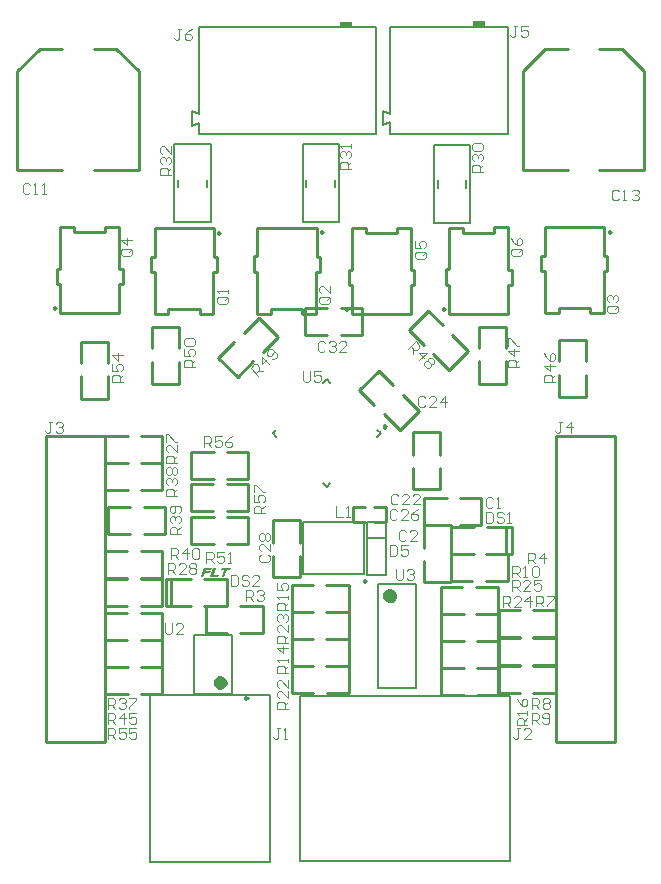
<source format=gto>
G04 Layer_Color=65535*
%FSLAX25Y25*%
%MOIN*%
G70*
G01*
G75*
%ADD32C,0.01000*%
%ADD62C,0.00984*%
%ADD63C,0.02362*%
%ADD64C,0.00787*%
%ADD65C,0.00700*%
%ADD66C,0.00492*%
%ADD67R,0.03937X0.01969*%
G36*
X65467Y57343D02*
X63597D01*
X63406Y56779D01*
X65267D01*
X65044Y56128D01*
X63187D01*
X62801Y55000D01*
X62000D01*
X63015Y57989D01*
X65685D01*
X65467Y57343D01*
D02*
G37*
G36*
X66141Y55646D02*
X67992D01*
X67774Y55000D01*
X65121D01*
X66136Y57989D01*
X66941D01*
X66141Y55646D01*
D02*
G37*
G36*
X71637Y57343D02*
X70577D01*
X69776Y55000D01*
X68975D01*
X69771Y57343D01*
X68711D01*
X68930Y57989D01*
X71855D01*
X71637Y57343D01*
D02*
G37*
D32*
X13642Y144525D02*
X12981Y144906D01*
Y144144D01*
X13642Y144525D01*
X68420Y169709D02*
X67759Y170090D01*
Y169328D01*
X68420Y169709D01*
X102731Y169806D02*
X102070Y170187D01*
Y169424D01*
X102731Y169806D01*
X198597Y170002D02*
X197937Y170384D01*
Y169621D01*
X198597Y170002D01*
X143248Y144269D02*
X142588Y144650D01*
Y143888D01*
X143248Y144269D01*
X110866Y144171D02*
X110206Y144552D01*
Y143790D01*
X110866Y144171D01*
X181287Y126882D02*
Y133882D01*
X190287D01*
X190287Y126882D02*
X190287Y133882D01*
X181287Y114882D02*
Y122382D01*
Y114882D02*
X190287D01*
Y122382D01*
X202276Y231000D02*
X209776Y223500D01*
Y222949D02*
Y223500D01*
X194776Y190449D02*
X209776Y190449D01*
X194776Y231000D02*
X202276D01*
X209776Y190449D02*
Y222949D01*
X169224Y190449D02*
Y222949D01*
X176724Y231000D02*
X184224D01*
X169224Y190449D02*
X184224D01*
X169224Y222949D02*
Y223500D01*
X176724Y231000D01*
X70642Y74776D02*
X77642Y74776D01*
Y65776D02*
Y74776D01*
X70642Y65776D02*
X77642Y65776D01*
X58642Y74776D02*
X66142Y74776D01*
X58642Y74776D02*
X58642Y65776D01*
X66142D01*
X119472Y73189D02*
X123472D01*
X123472Y78189D01*
X119472Y78189D02*
X123472Y78189D01*
X112472Y73189D02*
X116472D01*
X112472D02*
X112472Y78189D01*
X116472D01*
X94815Y54898D02*
Y61898D01*
X85815Y54898D02*
X94815Y54898D01*
X85815Y61898D02*
X85815Y54898D01*
X94815Y66398D02*
Y73898D01*
X85815D02*
X94815D01*
X85815Y66398D02*
Y73898D01*
X92205Y43335D02*
X99205D01*
X92205D02*
Y52335D01*
X99205Y52335D01*
X103705Y43335D02*
X111205Y43335D01*
X111205Y52335D01*
X103705Y52335D02*
X111205Y52335D01*
X30102Y169925D02*
Y171725D01*
X34702D01*
X15102Y171625D02*
X19702D01*
Y169925D02*
X30102D01*
X19702D02*
Y171625D01*
X14002Y152618D02*
X15002D01*
X15002Y142972D02*
X15002Y152618D01*
X34702Y152525D02*
X35906Y152525D01*
X34702Y142972D02*
Y152525D01*
X15002Y142972D02*
X34702D01*
X35906Y152525D02*
Y157625D01*
X15102Y157736D02*
X15102Y171625D01*
X14002Y157736D02*
X15102D01*
X14002D02*
X14002Y152618D01*
X34702Y157625D02*
X35906Y157625D01*
X34702Y171725D02*
X34702Y157625D01*
X51079Y142509D02*
Y144309D01*
X46479Y142509D02*
X51079D01*
X61480Y142609D02*
X66079D01*
X51079Y144309D02*
X61480D01*
Y142609D02*
Y144309D01*
X66180Y161616D02*
X67180D01*
X66180D02*
Y171262D01*
X45276Y161709D02*
X46479D01*
Y171262D01*
X66180D01*
X45276Y156609D02*
Y161709D01*
X66079Y142609D02*
X66079Y156498D01*
X67180D01*
Y161616D01*
X45276Y156609D02*
X46479Y156609D01*
X46479Y142509D01*
X85391Y142606D02*
Y144406D01*
X80791Y142606D02*
X85391D01*
X95790Y142706D02*
X100391Y142706D01*
X85391Y144406D02*
X95790D01*
Y142706D02*
Y144406D01*
X100491Y161713D02*
X101490D01*
X100491D02*
Y171358D01*
X79587Y161806D02*
X80791D01*
Y171358D01*
X100491D01*
X79587Y156706D02*
Y161806D01*
X100391Y142706D02*
Y156595D01*
X101490D01*
Y161713D01*
X79587Y156706D02*
X80791D01*
Y142606D02*
Y156706D01*
X181257Y142802D02*
Y144602D01*
X176657Y142802D02*
X181257D01*
X191657Y142902D02*
X196257D01*
X181257Y144602D02*
X191657D01*
Y142902D02*
Y144602D01*
X196357Y161909D02*
X197357D01*
X196357D02*
Y171555D01*
X175453Y162002D02*
X176657D01*
Y171555D01*
X196357D01*
X175453Y156902D02*
Y162002D01*
X196257Y142902D02*
X196257Y156791D01*
X197357D01*
Y161909D01*
X175453Y156902D02*
X176657D01*
X176657Y142802D02*
X176657Y156902D01*
X159708Y169669D02*
Y171469D01*
X164308D01*
X144708Y171369D02*
X149308D01*
Y169669D02*
X159708D01*
X149308D02*
Y171369D01*
X143608Y152362D02*
X144608D01*
Y142717D02*
Y152362D01*
X164308Y152269D02*
X165512D01*
X164308Y142717D02*
Y152269D01*
X144608Y142717D02*
X164308D01*
X165512Y152269D02*
Y157369D01*
X144708Y157480D02*
Y171369D01*
X143608Y157480D02*
X144708D01*
X143608Y152362D02*
Y157480D01*
X164308Y157369D02*
X165512D01*
X164308D02*
Y171469D01*
X50226Y45205D02*
X58555D01*
X50226D02*
Y54205D01*
X58555D01*
X63055Y45205D02*
X70555D01*
Y54205D01*
X63055Y54205D02*
X70555Y54205D01*
X52096Y45205D02*
Y54106D01*
X42000Y92787D02*
X49000D01*
Y83787D02*
Y92787D01*
X42000Y83787D02*
X49000Y83787D01*
X30000Y92787D02*
X37500D01*
X30000Y83787D02*
Y92787D01*
Y83787D02*
X37500D01*
X42941Y78122D02*
X49941D01*
Y69122D02*
Y78122D01*
X42941Y69122D02*
X49941D01*
X30941Y78122D02*
X38441D01*
X30941Y69122D02*
Y78122D01*
Y69122D02*
X38441D01*
X70740Y96724D02*
X77740D01*
Y87724D02*
Y96724D01*
X70740Y87724D02*
X77740Y87724D01*
X58740Y96724D02*
X66240Y96724D01*
X58740Y87724D02*
Y96724D01*
Y87724D02*
X66240D01*
X70598Y85799D02*
X77598Y85799D01*
X77598Y76799D01*
X70598Y76799D02*
X77598Y76799D01*
X58598Y85799D02*
X66098Y85799D01*
X58598Y76799D02*
Y85799D01*
Y76799D02*
X66098Y76799D01*
X92303Y34280D02*
X99303D01*
X92303Y43279D02*
X92303Y34280D01*
X92303Y43279D02*
X99303Y43279D01*
X103803Y34280D02*
X111303Y34280D01*
Y43279D01*
X103803Y43279D02*
X111303Y43279D01*
X92303Y25323D02*
X99303Y25323D01*
X92303Y25323D02*
Y34323D01*
X99303D01*
X103803Y25323D02*
X111303D01*
Y34323D01*
X103803D02*
X111303D01*
X92358Y16381D02*
X99358Y16381D01*
X92358Y16381D02*
Y25381D01*
X99358Y25381D01*
X103858Y16381D02*
X111358D01*
X111358Y25381D01*
X103858D02*
X111358D01*
X114783Y117353D02*
X119732Y112404D01*
X114783Y117353D02*
X121147Y123717D01*
X126096Y118768D01*
X122914Y109222D02*
X128217Y103919D01*
X134581Y110283D01*
X129278Y115586D02*
X134581Y110283D01*
X108600Y144500D02*
X115600Y144500D01*
X115600Y135500D02*
X115600Y144500D01*
X108600Y135500D02*
X115600Y135500D01*
X96600Y144500D02*
X104100D01*
X96600Y135500D02*
X96600Y144500D01*
X96600Y135500D02*
X104100Y135500D01*
X42000Y24941D02*
X49000Y24941D01*
Y15941D02*
Y24941D01*
X42000Y15941D02*
X49000Y15941D01*
X30000Y24941D02*
X37500D01*
X30000Y15941D02*
Y24941D01*
Y15941D02*
X37500D01*
X180176Y-63D02*
Y101906D01*
X199861D01*
Y-63D02*
Y101906D01*
X180176Y-63D02*
X199861D01*
X141764Y84228D02*
X141764Y91228D01*
X132764Y84228D02*
X141764Y84228D01*
X132764Y84228D02*
Y91228D01*
X141764Y103228D02*
X141764Y95728D01*
X132764Y103228D02*
X141764Y103228D01*
X132764Y95728D02*
X132764Y103228D01*
X145354Y53571D02*
X152354Y53571D01*
X145354Y62571D02*
X145354Y53571D01*
X145354Y62571D02*
X152354D01*
X156854Y53571D02*
X164354Y53571D01*
Y62571D01*
X156854D02*
X164354D01*
X142111Y42449D02*
X149111Y42449D01*
X142111Y42449D02*
Y51449D01*
X149111D01*
X153611Y42449D02*
X161111D01*
Y51449D01*
X153611Y51449D02*
X161111Y51449D01*
X154117Y42492D02*
X161117Y42492D01*
Y33492D02*
Y42492D01*
X154117Y33492D02*
X161117D01*
X142117Y42492D02*
X149617Y42492D01*
X142117Y42492D02*
X142117Y33492D01*
X149617D01*
X154117Y33535D02*
X161117D01*
X161117Y24535D02*
X161117Y33535D01*
X154117Y24535D02*
X161117Y24535D01*
X142117Y33535D02*
X149617D01*
X142117Y24535D02*
Y33535D01*
Y24535D02*
X149617Y24535D01*
X161161Y16268D02*
X168161D01*
X161161D02*
Y25268D01*
X168161D01*
X172661Y16268D02*
X180161Y16268D01*
X180161Y25268D02*
X180161Y16268D01*
X172661Y25268D02*
X180161D01*
X161205Y25520D02*
X168205Y25520D01*
X161205Y25520D02*
Y34520D01*
X168205D01*
X172705Y25520D02*
X180206Y25520D01*
Y34520D01*
X172705Y34520D02*
X180206Y34520D01*
X161299Y35067D02*
X168299Y35067D01*
X161299Y35067D02*
Y44067D01*
X168299Y44067D01*
X172799Y35067D02*
X180299Y35067D01*
Y44067D01*
X172799D02*
X180299D01*
X41902Y33929D02*
X48902Y33929D01*
Y24929D02*
Y33929D01*
X41902Y24929D02*
X48902Y24929D01*
X29902Y33929D02*
X37402Y33929D01*
X29902Y24929D02*
Y33929D01*
Y24929D02*
X37402Y24929D01*
X41902Y63752D02*
X48902Y63752D01*
Y54752D02*
Y63752D01*
X41902Y54752D02*
X48902Y54752D01*
X29902Y63752D02*
X37402Y63752D01*
X29902Y54752D02*
Y63752D01*
Y54752D02*
X37402Y54752D01*
X41902Y42984D02*
X48902D01*
X48902Y33984D02*
X48902Y42984D01*
X41902Y33984D02*
X48902Y33984D01*
X29902Y42984D02*
X37402Y42984D01*
X29902Y33984D02*
Y42984D01*
Y33984D02*
X37402Y33984D01*
X63595Y36264D02*
X70595D01*
X63595Y45264D02*
X63595Y36264D01*
X63595Y45264D02*
X70595D01*
X75095Y36264D02*
X82595Y36264D01*
Y45264D01*
X75095D02*
X82595D01*
X41902Y54205D02*
X48902D01*
Y45205D02*
Y54205D01*
X41902Y45205D02*
X48902Y45205D01*
X29902Y54205D02*
X37402D01*
X29902Y45205D02*
Y54205D01*
Y45205D02*
X37402D01*
X21900Y133300D02*
X21900Y126300D01*
X21900Y133300D02*
X30900D01*
X30900Y126300D01*
X21900Y114300D02*
Y121800D01*
Y114300D02*
X30900D01*
Y121800D01*
X45700Y131200D02*
X45700Y138200D01*
X54700D01*
X54700Y131200D01*
X45700Y119200D02*
Y126700D01*
Y119200D02*
X54700D01*
Y126700D01*
X154500Y131400D02*
Y138400D01*
X163500D01*
Y131400D02*
Y138400D01*
X154500Y119400D02*
Y126900D01*
Y119400D02*
X163500D01*
Y126900D01*
X76268Y136332D02*
X81217Y141281D01*
X87581Y134917D01*
X82632Y129968D02*
X87581Y134917D01*
X67782Y127847D02*
X73086Y133150D01*
X67782Y127847D02*
X74146Y121483D01*
X79450Y126786D01*
X131282Y137354D02*
X136232Y132404D01*
X131282Y137354D02*
X137646Y143718D01*
X142596Y138768D01*
X139414Y129222D02*
X144718Y123918D01*
X151082Y130282D01*
X145778Y135586D02*
X151082Y130282D01*
X127326Y169571D02*
Y171371D01*
X131926D01*
X112326Y171271D02*
X116926D01*
Y169571D02*
X127326D01*
X116926D02*
Y171271D01*
X111226Y152264D02*
X112226D01*
Y142618D02*
Y152264D01*
X131926Y152171D02*
X133130D01*
X131926Y142618D02*
Y152171D01*
X112226Y142618D02*
X131926D01*
X133130Y152171D02*
Y157271D01*
X112326Y157382D02*
Y171271D01*
X111226Y157382D02*
X112326D01*
X111226Y152264D02*
Y157382D01*
X131926Y157271D02*
X133130D01*
X131926D02*
Y171371D01*
X30000Y92843D02*
X37500Y92843D01*
X30000Y92843D02*
Y101842D01*
X37500Y101842D01*
X42000Y92843D02*
X49000D01*
Y101842D01*
X42000D02*
X49000D01*
X148398Y81173D02*
X155398Y81173D01*
X155398Y72173D01*
X148398D02*
X155398D01*
X136398Y81173D02*
X143898Y81173D01*
X136398Y81173D02*
X136398Y72173D01*
X143898Y72173D01*
X33776Y231000D02*
X41276Y223500D01*
Y222949D02*
Y223500D01*
X26276Y190449D02*
X41276D01*
X26276Y231000D02*
X33776D01*
X41276Y190449D02*
Y222949D01*
X724Y190449D02*
Y222949D01*
X8224Y231000D02*
X15724D01*
X724Y190449D02*
X15724D01*
X724Y222949D02*
X724Y223500D01*
X8224Y231000D01*
X157311Y71626D02*
X165640D01*
X165640Y62626D01*
X157311D02*
X165640D01*
X145311Y71626D02*
X152811Y71626D01*
X145311Y62626D02*
X145311Y71626D01*
X145311Y62626D02*
X152811Y62626D01*
X163770Y71626D02*
X163770Y62724D01*
X10176Y-63D02*
Y101906D01*
X29861D01*
Y-63D02*
Y101906D01*
X10176Y-63D02*
X29861D01*
X154119Y24480D02*
X161119Y24480D01*
Y15480D02*
Y24480D01*
X154119Y15480D02*
X161119Y15480D01*
X142119Y24480D02*
X149619D01*
X142119Y15480D02*
X142119Y24480D01*
X142119Y15480D02*
X149619D01*
X145405Y53224D02*
Y60224D01*
X136406Y53224D02*
X145405Y53224D01*
X136406Y53224D02*
X136406Y60224D01*
X145405Y64724D02*
Y72224D01*
X136406D02*
X145405D01*
X136406Y64724D02*
X136406Y72224D01*
D62*
X123736Y105096D02*
X122998Y105522D01*
Y104670D01*
X123736Y105096D01*
X77539Y14655D02*
X76801Y15081D01*
Y14229D01*
X77539Y14655D01*
X117087Y53622D02*
X116348Y54048D01*
Y53196D01*
X117087Y53622D01*
D63*
X69567Y19694D02*
X69122Y20618D01*
X68123Y20846D01*
X67322Y20207D01*
Y19182D01*
X68123Y18543D01*
X69122Y18771D01*
X69567Y19694D01*
X126043Y48661D02*
X125599Y49585D01*
X124599Y49813D01*
X123798Y49174D01*
Y48149D01*
X124599Y47510D01*
X125599Y47738D01*
X126043Y48661D01*
D64*
X140807Y184744D02*
Y187106D01*
X150453Y184744D02*
Y187106D01*
X139530Y172925D02*
X139530Y198925D01*
X151730Y198925D01*
X151730Y172925D01*
X139530D02*
X151730D01*
X97106Y184941D02*
Y187303D01*
X106752Y184941D02*
Y187303D01*
X95829Y173122D02*
Y199122D01*
X108029D01*
Y173122D02*
Y199122D01*
X95829Y173122D02*
X108029D01*
X102713Y119642D02*
X103896Y120825D01*
X105079Y119642D01*
X85940Y102869D02*
X87123Y104052D01*
X85940Y102869D02*
X87123Y101686D01*
X102713Y86096D02*
X103896Y84913D01*
X105079Y86096D01*
X120669Y101686D02*
X121852Y102869D01*
X120669Y104052D02*
X121852Y102869D01*
X45000Y-40000D02*
Y15500D01*
X84900D01*
X45000Y-40000D02*
X84900D01*
Y15500D01*
X94979Y-39709D02*
Y15409D01*
Y-39709D02*
X165058D01*
Y15409D01*
X94979D02*
X165058D01*
X95973Y55971D02*
Y73294D01*
Y55971D02*
X116445D01*
X116445Y73294D02*
X116445Y55971D01*
X95973Y73294D02*
X116445D01*
X54291Y184941D02*
Y187303D01*
X63937Y184941D02*
Y187303D01*
X53014Y199122D02*
X53014Y173122D01*
X53014Y199122D02*
X65214D01*
X65214Y173122D02*
X65214Y199122D01*
X53014Y173122D02*
X65214D01*
X59724Y35443D02*
X72323D01*
X59724Y15757D02*
X72323D01*
X59724D02*
Y35443D01*
X72323Y15757D02*
Y35443D01*
X120925Y17953D02*
X133524D01*
X120925Y52598D02*
X133524Y52598D01*
Y17953D02*
Y52598D01*
X120925Y52598D02*
X120925Y17953D01*
X124961Y238189D02*
X124961Y209252D01*
X124961Y202756D02*
Y206496D01*
X122599Y210237D02*
X122599Y205512D01*
X124961Y202756D02*
X164331Y202756D01*
X124961Y238189D02*
X164331Y238189D01*
X122599Y205512D02*
X124961Y206496D01*
X122599Y210237D02*
X124961Y209252D01*
X164331Y202756D02*
X164331Y238189D01*
X61181Y209154D02*
Y238091D01*
Y202658D02*
Y206398D01*
X120237Y202658D02*
Y238091D01*
X61181Y238091D02*
X120237Y238091D01*
X61181Y202658D02*
X120237D01*
X58819Y205414D02*
Y210138D01*
Y205414D02*
X61181Y206398D01*
X58819Y210138D02*
X61181Y209154D01*
D65*
X117283Y67809D02*
X123583D01*
Y55604D02*
Y73320D01*
X117283Y55604D02*
Y73320D01*
Y55604D02*
X123583D01*
X117283Y73320D02*
X123583D01*
D66*
X180000Y120000D02*
X176458D01*
Y121771D01*
X177048Y122361D01*
X178229D01*
X178819Y121771D01*
Y120000D01*
Y121181D02*
X180000Y122361D01*
Y125313D02*
X176458D01*
X178229Y123542D01*
Y125904D01*
X176458Y129446D02*
X177048Y128265D01*
X178229Y127084D01*
X179410D01*
X180000Y127675D01*
Y128855D01*
X179410Y129446D01*
X178819D01*
X178229Y128855D01*
Y127084D01*
X201361Y183452D02*
X200771Y184042D01*
X199590D01*
X199000Y183452D01*
Y181090D01*
X199590Y180500D01*
X200771D01*
X201361Y181090D01*
X202542Y180500D02*
X203723D01*
X203133D01*
Y184042D01*
X202542Y183452D01*
X205494D02*
X206084Y184042D01*
X207265D01*
X207855Y183452D01*
Y182861D01*
X207265Y182271D01*
X206675D01*
X207265D01*
X207855Y181681D01*
Y181090D01*
X207265Y180500D01*
X206084D01*
X205494Y181090D01*
X55361Y237542D02*
X54181D01*
X54771D01*
Y234590D01*
X54181Y234000D01*
X53590D01*
X53000Y234590D01*
X58904Y237542D02*
X57723Y236952D01*
X56542Y235771D01*
Y234590D01*
X57133Y234000D01*
X58313D01*
X58904Y234590D01*
Y235181D01*
X58313Y235771D01*
X56542D01*
X167361Y238542D02*
X166181D01*
X166771D01*
Y235590D01*
X166181Y235000D01*
X165590D01*
X165000Y235590D01*
X170904Y238542D02*
X168542D01*
Y236771D01*
X169723Y237361D01*
X170313D01*
X170904Y236771D01*
Y235590D01*
X170313Y235000D01*
X169132D01*
X168542Y235590D01*
X51000Y56000D02*
Y59542D01*
X52771D01*
X53361Y58952D01*
Y57771D01*
X52771Y57181D01*
X51000D01*
X52181D02*
X53361Y56000D01*
X56904D02*
X54542D01*
X56904Y58361D01*
Y58952D01*
X56313Y59542D01*
X55133D01*
X54542Y58952D01*
X58084D02*
X58675Y59542D01*
X59855D01*
X60446Y58952D01*
Y58361D01*
X59855Y57771D01*
X60446Y57181D01*
Y56590D01*
X59855Y56000D01*
X58675D01*
X58084Y56590D01*
Y57181D01*
X58675Y57771D01*
X58084Y58361D01*
Y58952D01*
X58675Y57771D02*
X59855D01*
X72000Y55542D02*
Y52000D01*
X73771D01*
X74361Y52590D01*
Y54952D01*
X73771Y55542D01*
X72000D01*
X77904Y54952D02*
X77313Y55542D01*
X76133D01*
X75542Y54952D01*
Y54361D01*
X76133Y53771D01*
X77313D01*
X77904Y53181D01*
Y52590D01*
X77313Y52000D01*
X76133D01*
X75542Y52590D01*
X81446Y52000D02*
X79084D01*
X81446Y54361D01*
Y54952D01*
X80855Y55542D01*
X79675D01*
X79084Y54952D01*
X31000Y1000D02*
Y4542D01*
X32771D01*
X33361Y3952D01*
Y2771D01*
X32771Y2181D01*
X31000D01*
X32181D02*
X33361Y1000D01*
X36904Y4542D02*
X34542D01*
Y2771D01*
X35723Y3361D01*
X36313D01*
X36904Y2771D01*
Y1590D01*
X36313Y1000D01*
X35133D01*
X34542Y1590D01*
X40446Y4542D02*
X38084D01*
Y2771D01*
X39265Y3361D01*
X39855D01*
X40446Y2771D01*
Y1590D01*
X39855Y1000D01*
X38675D01*
X38084Y1590D01*
X31000Y6000D02*
Y9542D01*
X32771D01*
X33361Y8952D01*
Y7771D01*
X32771Y7181D01*
X31000D01*
X32181D02*
X33361Y6000D01*
X36313D02*
Y9542D01*
X34542Y7771D01*
X36904D01*
X40446Y9542D02*
X38084D01*
Y7771D01*
X39265Y8361D01*
X39855D01*
X40446Y7771D01*
Y6590D01*
X39855Y6000D01*
X38675D01*
X38084Y6590D01*
X127000Y57542D02*
Y54590D01*
X127590Y54000D01*
X128771D01*
X129361Y54590D01*
Y57542D01*
X130542Y56952D02*
X131132Y57542D01*
X132313D01*
X132904Y56952D01*
Y56361D01*
X132313Y55771D01*
X131723D01*
X132313D01*
X132904Y55181D01*
Y54590D01*
X132313Y54000D01*
X131132D01*
X130542Y54590D01*
X50000Y39542D02*
Y36590D01*
X50590Y36000D01*
X51771D01*
X52361Y36590D01*
Y39542D01*
X55904Y36000D02*
X53542D01*
X55904Y38361D01*
Y38952D01*
X55313Y39542D01*
X54132D01*
X53542Y38952D01*
X83185Y76279D02*
X79643D01*
Y78051D01*
X80233Y78641D01*
X81414D01*
X82004Y78051D01*
Y76279D01*
Y77460D02*
X83185Y78641D01*
X79643Y82183D02*
Y79822D01*
X81414D01*
X80824Y81002D01*
Y81593D01*
X81414Y82183D01*
X82595D01*
X83185Y81593D01*
Y80412D01*
X82595Y79822D01*
X79643Y83364D02*
Y85725D01*
X80233D01*
X82595Y83364D01*
X83185D01*
X63000Y98300D02*
Y101842D01*
X64771D01*
X65361Y101252D01*
Y100071D01*
X64771Y99481D01*
X63000D01*
X64181D02*
X65361Y98300D01*
X68904Y101842D02*
X66542D01*
Y100071D01*
X67723Y100661D01*
X68313D01*
X68904Y100071D01*
Y98890D01*
X68313Y98300D01*
X67133D01*
X66542Y98890D01*
X72446Y101842D02*
X71265Y101252D01*
X70084Y100071D01*
Y98890D01*
X70675Y98300D01*
X71855D01*
X72446Y98890D01*
Y99481D01*
X71855Y100071D01*
X70084D01*
X36000Y120000D02*
X32458D01*
Y121771D01*
X33048Y122361D01*
X34229D01*
X34819Y121771D01*
Y120000D01*
Y121181D02*
X36000Y122361D01*
X32458Y125904D02*
Y123542D01*
X34229D01*
X33639Y124723D01*
Y125313D01*
X34229Y125904D01*
X35410D01*
X36000Y125313D01*
Y124133D01*
X35410Y123542D01*
X36000Y128855D02*
X32458D01*
X34229Y127084D01*
Y129446D01*
X63800Y59700D02*
Y63242D01*
X65571D01*
X66161Y62652D01*
Y61471D01*
X65571Y60881D01*
X63800D01*
X64981D02*
X66161Y59700D01*
X69704Y63242D02*
X67342D01*
Y61471D01*
X68523Y62061D01*
X69113D01*
X69704Y61471D01*
Y60290D01*
X69113Y59700D01*
X67932D01*
X67342Y60290D01*
X70884Y59700D02*
X72065D01*
X71475D01*
Y63242D01*
X70884Y62652D01*
X60000Y125000D02*
X56458D01*
Y126771D01*
X57048Y127361D01*
X58229D01*
X58819Y126771D01*
Y125000D01*
Y126181D02*
X60000Y127361D01*
X56458Y130904D02*
Y128542D01*
X58229D01*
X57639Y129723D01*
Y130313D01*
X58229Y130904D01*
X59410D01*
X60000Y130313D01*
Y129132D01*
X59410Y128542D01*
X57048Y132084D02*
X56458Y132675D01*
Y133855D01*
X57048Y134446D01*
X59410D01*
X60000Y133855D01*
Y132675D01*
X59410Y132084D01*
X57048D01*
X81000Y122000D02*
X78495Y124505D01*
X79748Y125757D01*
X80583D01*
X81417Y124922D01*
Y124087D01*
X80165Y122835D01*
X81000Y123670D02*
X82670D01*
X84757Y125757D02*
X82252Y128262D01*
Y125757D01*
X83922Y127427D01*
X85592D02*
X86427D01*
X87262Y128262D01*
Y129097D01*
X85592Y130766D01*
X84757D01*
X83922Y129931D01*
Y129097D01*
X84340Y128679D01*
X85175D01*
X86427Y129931D01*
X131000Y131000D02*
X133505Y133505D01*
X134757Y132252D01*
Y131418D01*
X133922Y130582D01*
X133087D01*
X131835Y131835D01*
X132670Y131000D02*
Y129330D01*
X134757Y127243D02*
X137262Y129748D01*
X134757D01*
X136427Y128078D01*
X138097D02*
X138932D01*
X139766Y127243D01*
Y126408D01*
X139349Y125991D01*
X138514D01*
Y125156D01*
X138097Y124738D01*
X137262D01*
X136427Y125573D01*
Y126408D01*
X136844Y126825D01*
X137679D01*
Y127660D01*
X138097Y128078D01*
X137679Y126825D02*
X138514Y125991D01*
X168000Y125000D02*
X164458D01*
Y126771D01*
X165048Y127361D01*
X166229D01*
X166819Y126771D01*
Y125000D01*
Y126181D02*
X168000Y127361D01*
Y130313D02*
X164458D01*
X166229Y128542D01*
Y130904D01*
X164458Y132084D02*
Y134446D01*
X165048D01*
X167410Y132084D01*
X168000D01*
X52000Y61000D02*
Y64542D01*
X53771D01*
X54361Y63952D01*
Y62771D01*
X53771Y62181D01*
X52000D01*
X53181D02*
X54361Y61000D01*
X57313D02*
Y64542D01*
X55542Y62771D01*
X57904D01*
X59084Y63952D02*
X59675Y64542D01*
X60855D01*
X61446Y63952D01*
Y61590D01*
X60855Y61000D01*
X59675D01*
X59084Y61590D01*
Y63952D01*
X55177Y69291D02*
X51635D01*
Y71062D01*
X52225Y71653D01*
X53406D01*
X53996Y71062D01*
Y69291D01*
Y70472D02*
X55177Y71653D01*
X52225Y72834D02*
X51635Y73424D01*
Y74605D01*
X52225Y75195D01*
X52816D01*
X53406Y74605D01*
Y74014D01*
Y74605D01*
X53996Y75195D01*
X54587D01*
X55177Y74605D01*
Y73424D01*
X54587Y72834D01*
Y76376D02*
X55177Y76966D01*
Y78147D01*
X54587Y78737D01*
X52225D01*
X51635Y78147D01*
Y76966D01*
X52225Y76376D01*
X52816D01*
X53406Y76966D01*
Y78737D01*
X54000Y82000D02*
X50458D01*
Y83771D01*
X51048Y84361D01*
X52229D01*
X52819Y83771D01*
Y82000D01*
Y83181D02*
X54000Y84361D01*
X51048Y85542D02*
X50458Y86133D01*
Y87313D01*
X51048Y87904D01*
X51639D01*
X52229Y87313D01*
Y86723D01*
Y87313D01*
X52819Y87904D01*
X53410D01*
X54000Y87313D01*
Y86133D01*
X53410Y85542D01*
X51048Y89084D02*
X50458Y89675D01*
Y90855D01*
X51048Y91446D01*
X51639D01*
X52229Y90855D01*
X52819Y91446D01*
X53410D01*
X54000Y90855D01*
Y89675D01*
X53410Y89084D01*
X52819D01*
X52229Y89675D01*
X51639Y89084D01*
X51048D01*
X52229Y89675D02*
Y90855D01*
X31000Y11000D02*
Y14542D01*
X32771D01*
X33361Y13952D01*
Y12771D01*
X32771Y12181D01*
X31000D01*
X32181D02*
X33361Y11000D01*
X34542Y13952D02*
X35133Y14542D01*
X36313D01*
X36904Y13952D01*
Y13361D01*
X36313Y12771D01*
X35723D01*
X36313D01*
X36904Y12181D01*
Y11590D01*
X36313Y11000D01*
X35133D01*
X34542Y11590D01*
X38084Y14542D02*
X40446D01*
Y13952D01*
X38084Y11590D01*
Y11000D01*
X156000Y190000D02*
X152458D01*
Y191771D01*
X153048Y192361D01*
X154229D01*
X154819Y191771D01*
Y190000D01*
Y191181D02*
X156000Y192361D01*
X153048Y193542D02*
X152458Y194132D01*
Y195313D01*
X153048Y195904D01*
X153639D01*
X154229Y195313D01*
Y194723D01*
Y195313D01*
X154819Y195904D01*
X155410D01*
X156000Y195313D01*
Y194132D01*
X155410Y193542D01*
X153048Y197084D02*
X152458Y197675D01*
Y198855D01*
X153048Y199446D01*
X155410D01*
X156000Y198855D01*
Y197675D01*
X155410Y197084D01*
X153048D01*
X112000Y191000D02*
X108458D01*
Y192771D01*
X109048Y193361D01*
X110229D01*
X110819Y192771D01*
Y191000D01*
Y192181D02*
X112000Y193361D01*
X109048Y194542D02*
X108458Y195133D01*
Y196313D01*
X109048Y196904D01*
X109639D01*
X110229Y196313D01*
Y195723D01*
Y196313D01*
X110819Y196904D01*
X111410D01*
X112000Y196313D01*
Y195133D01*
X111410Y194542D01*
X112000Y198084D02*
Y199265D01*
Y198675D01*
X108458D01*
X109048Y198084D01*
X52000Y189000D02*
X48458D01*
Y190771D01*
X49048Y191361D01*
X50229D01*
X50819Y190771D01*
Y189000D01*
Y190181D02*
X52000Y191361D01*
X49048Y192542D02*
X48458Y193132D01*
Y194313D01*
X49048Y194904D01*
X49639D01*
X50229Y194313D01*
Y193723D01*
Y194313D01*
X50819Y194904D01*
X51410D01*
X52000Y194313D01*
Y193132D01*
X51410Y192542D01*
X52000Y198446D02*
Y196084D01*
X49639Y198446D01*
X49048D01*
X48458Y197855D01*
Y196675D01*
X49048Y196084D01*
X165800Y50400D02*
Y53942D01*
X167571D01*
X168161Y53352D01*
Y52171D01*
X167571Y51581D01*
X165800D01*
X166981D02*
X168161Y50400D01*
X171704D02*
X169342D01*
X171704Y52761D01*
Y53352D01*
X171113Y53942D01*
X169932D01*
X169342Y53352D01*
X175246Y53942D02*
X172884D01*
Y52171D01*
X174065Y52761D01*
X174655D01*
X175246Y52171D01*
Y50990D01*
X174655Y50400D01*
X173475D01*
X172884Y50990D01*
X162700Y45000D02*
Y48542D01*
X164471D01*
X165061Y47952D01*
Y46771D01*
X164471Y46181D01*
X162700D01*
X163881D02*
X165061Y45000D01*
X168604D02*
X166242D01*
X168604Y47361D01*
Y47952D01*
X168013Y48542D01*
X166832D01*
X166242Y47952D01*
X171555Y45000D02*
Y48542D01*
X169784Y46771D01*
X172146D01*
X91000Y33000D02*
X87458D01*
Y34771D01*
X88048Y35361D01*
X89229D01*
X89819Y34771D01*
Y33000D01*
Y34181D02*
X91000Y35361D01*
Y38904D02*
Y36542D01*
X88639Y38904D01*
X88048D01*
X87458Y38313D01*
Y37132D01*
X88048Y36542D01*
Y40084D02*
X87458Y40675D01*
Y41855D01*
X88048Y42446D01*
X88639D01*
X89229Y41855D01*
Y41265D01*
Y41855D01*
X89819Y42446D01*
X90410D01*
X91000Y41855D01*
Y40675D01*
X90410Y40084D01*
X91000Y11000D02*
X87458D01*
Y12771D01*
X88048Y13361D01*
X89229D01*
X89819Y12771D01*
Y11000D01*
Y12181D02*
X91000Y13361D01*
Y16904D02*
Y14542D01*
X88639Y16904D01*
X88048D01*
X87458Y16313D01*
Y15133D01*
X88048Y14542D01*
X91000Y20446D02*
Y18084D01*
X88639Y20446D01*
X88048D01*
X87458Y19855D01*
Y18675D01*
X88048Y18084D01*
X170800Y5500D02*
X167258D01*
Y7271D01*
X167848Y7861D01*
X169029D01*
X169619Y7271D01*
Y5500D01*
Y6681D02*
X170800Y7861D01*
Y9042D02*
Y10223D01*
Y9633D01*
X167258D01*
X167848Y9042D01*
X167258Y14355D02*
X167848Y13175D01*
X169029Y11994D01*
X170210D01*
X170800Y12584D01*
Y13765D01*
X170210Y14355D01*
X169619D01*
X169029Y13765D01*
Y11994D01*
X91000Y44000D02*
X87458D01*
Y45771D01*
X88048Y46361D01*
X89229D01*
X89819Y45771D01*
Y44000D01*
Y45181D02*
X91000Y46361D01*
Y47542D02*
Y48723D01*
Y48133D01*
X87458D01*
X88048Y47542D01*
X87458Y52855D02*
Y50494D01*
X89229D01*
X88639Y51675D01*
Y52265D01*
X89229Y52855D01*
X90410D01*
X91000Y52265D01*
Y51084D01*
X90410Y50494D01*
X91000Y23000D02*
X87458D01*
Y24771D01*
X88048Y25361D01*
X89229D01*
X89819Y24771D01*
Y23000D01*
Y24181D02*
X91000Y25361D01*
Y26542D02*
Y27723D01*
Y27132D01*
X87458D01*
X88048Y26542D01*
X91000Y31265D02*
X87458D01*
X89229Y29494D01*
Y31855D01*
X165800Y55000D02*
Y58542D01*
X167571D01*
X168161Y57952D01*
Y56771D01*
X167571Y56181D01*
X165800D01*
X166981D02*
X168161Y55000D01*
X169342D02*
X170523D01*
X169932D01*
Y58542D01*
X169342Y57952D01*
X172294D02*
X172884Y58542D01*
X174065D01*
X174655Y57952D01*
Y55590D01*
X174065Y55000D01*
X172884D01*
X172294Y55590D01*
Y57952D01*
X172200Y6000D02*
Y9542D01*
X173971D01*
X174561Y8952D01*
Y7771D01*
X173971Y7181D01*
X172200D01*
X173381D02*
X174561Y6000D01*
X175742Y6590D02*
X176332Y6000D01*
X177513D01*
X178104Y6590D01*
Y8952D01*
X177513Y9542D01*
X176332D01*
X175742Y8952D01*
Y8361D01*
X176332Y7771D01*
X178104D01*
X172300Y11000D02*
Y14542D01*
X174071D01*
X174661Y13952D01*
Y12771D01*
X174071Y12181D01*
X172300D01*
X173481D02*
X174661Y11000D01*
X175842Y13952D02*
X176433Y14542D01*
X177613D01*
X178204Y13952D01*
Y13361D01*
X177613Y12771D01*
X178204Y12181D01*
Y11590D01*
X177613Y11000D01*
X176433D01*
X175842Y11590D01*
Y12181D01*
X176433Y12771D01*
X175842Y13361D01*
Y13952D01*
X176433Y12771D02*
X177613D01*
X173700Y45100D02*
Y48642D01*
X175471D01*
X176061Y48052D01*
Y46871D01*
X175471Y46281D01*
X173700D01*
X174881D02*
X176061Y45100D01*
X177242Y48642D02*
X179604D01*
Y48052D01*
X177242Y45690D01*
Y45100D01*
X171000Y59500D02*
Y63042D01*
X172771D01*
X173361Y62452D01*
Y61271D01*
X172771Y60681D01*
X171000D01*
X172181D02*
X173361Y59500D01*
X176313D02*
Y63042D01*
X174542Y61271D01*
X176904D01*
X77000Y47000D02*
Y50542D01*
X78771D01*
X79361Y49952D01*
Y48771D01*
X78771Y48181D01*
X77000D01*
X78181D02*
X79361Y47000D01*
X80542Y49952D02*
X81133Y50542D01*
X82313D01*
X82904Y49952D01*
Y49361D01*
X82313Y48771D01*
X81723D01*
X82313D01*
X82904Y48181D01*
Y47590D01*
X82313Y47000D01*
X81133D01*
X80542Y47590D01*
X106850Y78542D02*
Y75000D01*
X109212D01*
X110393D02*
X111573D01*
X110983D01*
Y78542D01*
X110393Y77952D01*
X182361Y106542D02*
X181181D01*
X181771D01*
Y103590D01*
X181181Y103000D01*
X180590D01*
X180000Y103590D01*
X185313Y103000D02*
Y106542D01*
X183542Y104771D01*
X185904D01*
X12361Y106542D02*
X11181D01*
X11771D01*
Y103590D01*
X11181Y103000D01*
X10590D01*
X10000Y103590D01*
X13542Y105952D02*
X14132Y106542D01*
X15313D01*
X15904Y105952D01*
Y105361D01*
X15313Y104771D01*
X14723D01*
X15313D01*
X15904Y104181D01*
Y103590D01*
X15313Y103000D01*
X14132D01*
X13542Y103590D01*
X168361Y4542D02*
X167181D01*
X167771D01*
Y1590D01*
X167181Y1000D01*
X166590D01*
X166000Y1590D01*
X171904Y1000D02*
X169542D01*
X171904Y3361D01*
Y3952D01*
X171313Y4542D01*
X170133D01*
X169542Y3952D01*
X88361Y4542D02*
X87181D01*
X87771D01*
Y1590D01*
X87181Y1000D01*
X86590D01*
X86000Y1590D01*
X89542Y1000D02*
X90723D01*
X90132D01*
Y4542D01*
X89542Y3952D01*
X157000Y76542D02*
Y73000D01*
X158771D01*
X159361Y73590D01*
Y75952D01*
X158771Y76542D01*
X157000D01*
X162904Y75952D02*
X162313Y76542D01*
X161133D01*
X160542Y75952D01*
Y75361D01*
X161133Y74771D01*
X162313D01*
X162904Y74181D01*
Y73590D01*
X162313Y73000D01*
X161133D01*
X160542Y73590D01*
X164084Y73000D02*
X165265D01*
X164675D01*
Y76542D01*
X164084Y75952D01*
X125000Y65542D02*
Y62000D01*
X126771D01*
X127361Y62590D01*
Y64952D01*
X126771Y65542D01*
X125000D01*
X130904D02*
X128542D01*
Y63771D01*
X129723Y64361D01*
X130313D01*
X130904Y63771D01*
Y62590D01*
X130313Y62000D01*
X129132D01*
X128542Y62590D01*
X103361Y132952D02*
X102771Y133542D01*
X101590D01*
X101000Y132952D01*
Y130590D01*
X101590Y130000D01*
X102771D01*
X103361Y130590D01*
X104542Y132952D02*
X105132Y133542D01*
X106313D01*
X106904Y132952D01*
Y132361D01*
X106313Y131771D01*
X105723D01*
X106313D01*
X106904Y131181D01*
Y130590D01*
X106313Y130000D01*
X105132D01*
X104542Y130590D01*
X110446Y130000D02*
X108084D01*
X110446Y132361D01*
Y132952D01*
X109855Y133542D01*
X108675D01*
X108084Y132952D01*
X82048Y62361D02*
X81458Y61771D01*
Y60590D01*
X82048Y60000D01*
X84410D01*
X85000Y60590D01*
Y61771D01*
X84410Y62361D01*
X85000Y65904D02*
Y63542D01*
X82639Y65904D01*
X82048D01*
X81458Y65313D01*
Y64132D01*
X82048Y63542D01*
Y67084D02*
X81458Y67675D01*
Y68855D01*
X82048Y69446D01*
X82639D01*
X83229Y68855D01*
X83819Y69446D01*
X84410D01*
X85000Y68855D01*
Y67675D01*
X84410Y67084D01*
X83819D01*
X83229Y67675D01*
X82639Y67084D01*
X82048D01*
X83229Y67675D02*
Y68855D01*
X127361Y76952D02*
X126771Y77542D01*
X125590D01*
X125000Y76952D01*
Y74590D01*
X125590Y74000D01*
X126771D01*
X127361Y74590D01*
X130904Y74000D02*
X128542D01*
X130904Y76361D01*
Y76952D01*
X130313Y77542D01*
X129132D01*
X128542Y76952D01*
X134446Y77542D02*
X133265Y76952D01*
X132084Y75771D01*
Y74590D01*
X132675Y74000D01*
X133855D01*
X134446Y74590D01*
Y75181D01*
X133855Y75771D01*
X132084D01*
X136761Y114552D02*
X136171Y115142D01*
X134990D01*
X134400Y114552D01*
Y112190D01*
X134990Y111600D01*
X136171D01*
X136761Y112190D01*
X140304Y111600D02*
X137942D01*
X140304Y113961D01*
Y114552D01*
X139713Y115142D01*
X138532D01*
X137942Y114552D01*
X143255Y111600D02*
Y115142D01*
X141484Y113371D01*
X143846D01*
X127761Y82052D02*
X127171Y82642D01*
X125990D01*
X125400Y82052D01*
Y79690D01*
X125990Y79100D01*
X127171D01*
X127761Y79690D01*
X131304Y79100D02*
X128942D01*
X131304Y81461D01*
Y82052D01*
X130713Y82642D01*
X129533D01*
X128942Y82052D01*
X134846Y79100D02*
X132484D01*
X134846Y81461D01*
Y82052D01*
X134255Y82642D01*
X133075D01*
X132484Y82052D01*
X4961Y185552D02*
X4371Y186142D01*
X3190D01*
X2600Y185552D01*
Y183190D01*
X3190Y182600D01*
X4371D01*
X4961Y183190D01*
X6142Y182600D02*
X7323D01*
X6733D01*
Y186142D01*
X6142Y185552D01*
X9094Y182600D02*
X10275D01*
X9684D01*
Y186142D01*
X9094Y185552D01*
X130361Y69952D02*
X129771Y70542D01*
X128590D01*
X128000Y69952D01*
Y67590D01*
X128590Y67000D01*
X129771D01*
X130361Y67590D01*
X133904Y67000D02*
X131542D01*
X133904Y69361D01*
Y69952D01*
X133313Y70542D01*
X132132D01*
X131542Y69952D01*
X159361Y80952D02*
X158771Y81542D01*
X157590D01*
X157000Y80952D01*
Y78590D01*
X157590Y78000D01*
X158771D01*
X159361Y78590D01*
X160542Y78000D02*
X161723D01*
X161133D01*
Y81542D01*
X160542Y80952D01*
X96000Y123542D02*
Y120590D01*
X96590Y120000D01*
X97771D01*
X98361Y120590D01*
Y123542D01*
X101904D02*
X99542D01*
Y121771D01*
X100723Y122361D01*
X101313D01*
X101904Y121771D01*
Y120590D01*
X101313Y120000D01*
X100133D01*
X99542Y120590D01*
X70410Y148361D02*
X68048D01*
X67458Y147771D01*
Y146590D01*
X68048Y146000D01*
X70410D01*
X71000Y146590D01*
Y147771D01*
X69819Y147181D02*
X71000Y148361D01*
Y147771D02*
X70410Y148361D01*
X71000Y149542D02*
Y150723D01*
Y150133D01*
X67458D01*
X68048Y149542D01*
X104410Y148361D02*
X102048D01*
X101458Y147771D01*
Y146590D01*
X102048Y146000D01*
X104410D01*
X105000Y146590D01*
Y147771D01*
X103819Y147181D02*
X105000Y148361D01*
Y147771D02*
X104410Y148361D01*
X105000Y151904D02*
Y149542D01*
X102639Y151904D01*
X102048D01*
X101458Y151313D01*
Y150133D01*
X102048Y149542D01*
X38410Y164361D02*
X36048D01*
X35458Y163771D01*
Y162590D01*
X36048Y162000D01*
X38410D01*
X39000Y162590D01*
Y163771D01*
X37819Y163181D02*
X39000Y164361D01*
Y163771D02*
X38410Y164361D01*
X39000Y167313D02*
X35458D01*
X37229Y165542D01*
Y167904D01*
X168410Y164361D02*
X166048D01*
X165458Y163771D01*
Y162590D01*
X166048Y162000D01*
X168410D01*
X169000Y162590D01*
Y163771D01*
X167819Y163181D02*
X169000Y164361D01*
Y163771D02*
X168410Y164361D01*
X165458Y167904D02*
X166048Y166723D01*
X167229Y165542D01*
X168410D01*
X169000Y166132D01*
Y167313D01*
X168410Y167904D01*
X167819D01*
X167229Y167313D01*
Y165542D01*
X200410Y145361D02*
X198048D01*
X197458Y144771D01*
Y143590D01*
X198048Y143000D01*
X200410D01*
X201000Y143590D01*
Y144771D01*
X199819Y144181D02*
X201000Y145361D01*
Y144771D02*
X200410Y145361D01*
X198048Y146542D02*
X197458Y147133D01*
Y148313D01*
X198048Y148904D01*
X198639D01*
X199229Y148313D01*
Y147723D01*
Y148313D01*
X199819Y148904D01*
X200410D01*
X201000Y148313D01*
Y147133D01*
X200410Y146542D01*
X54000Y93000D02*
X50458D01*
Y94771D01*
X51048Y95361D01*
X52229D01*
X52819Y94771D01*
Y93000D01*
Y94181D02*
X54000Y95361D01*
Y98904D02*
Y96542D01*
X51639Y98904D01*
X51048D01*
X50458Y98313D01*
Y97132D01*
X51048Y96542D01*
X50458Y100084D02*
Y102446D01*
X51048D01*
X53410Y100084D01*
X54000D01*
X136410Y163361D02*
X134048D01*
X133458Y162771D01*
Y161590D01*
X134048Y161000D01*
X136410D01*
X137000Y161590D01*
Y162771D01*
X135819Y162181D02*
X137000Y163361D01*
Y162771D02*
X136410Y163361D01*
X133458Y166904D02*
Y164542D01*
X135229D01*
X134639Y165723D01*
Y166313D01*
X135229Y166904D01*
X136410D01*
X137000Y166313D01*
Y165132D01*
X136410Y164542D01*
D67*
X154488Y239173D02*
D03*
X110394Y239075D02*
D03*
M02*

</source>
